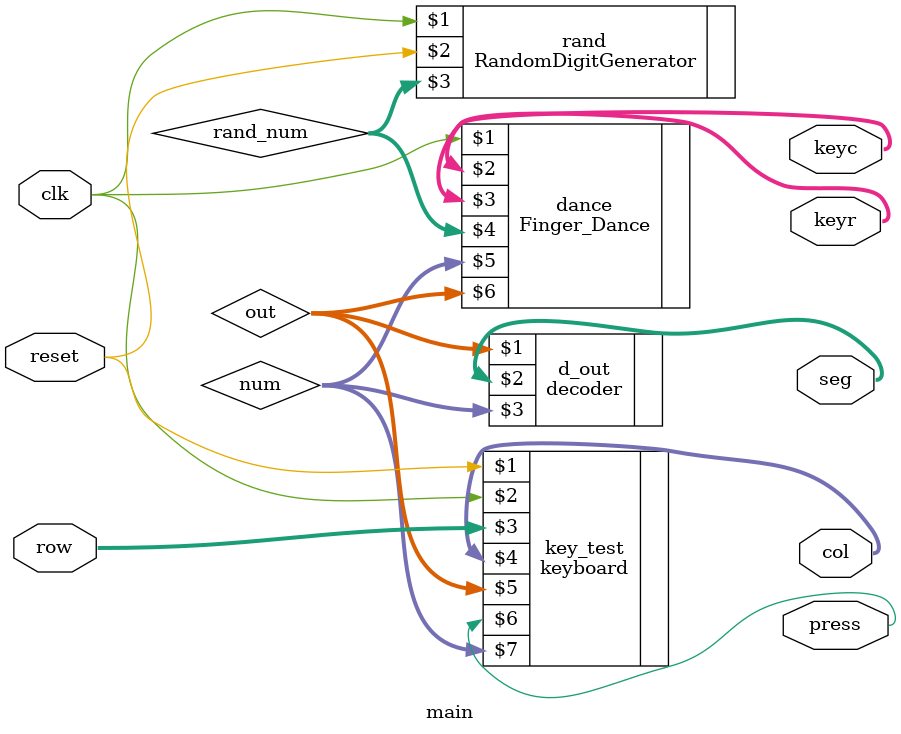
<source format=v>
module main(
	input wire clk,//clock
	input wire reset,//reset
	output [3:0] keyc, //col
   output [15:0] keyr, //row
	input[3:0] row,//存row input值 
	output[3:0] col,//存column output值
	output[0:7] seg,//存輸出的seg
	output press//press事件
);

wire [1:0] rand_num;//隨機數
wire [1:0] num;//當下的隨機數顯示狀態
wire[3:0] out;//鍵盤輸出的數字

//呼叫各func
RandomDigitGenerator rand(clk,reset,rand_num);

Finger_Dance dance(clk, keyc, keyr,rand_num,num,out);

keyboard key_test(reset,clk,row,col,out,press,num);

decoder d_out(out,seg,num);

endmodule
</source>
